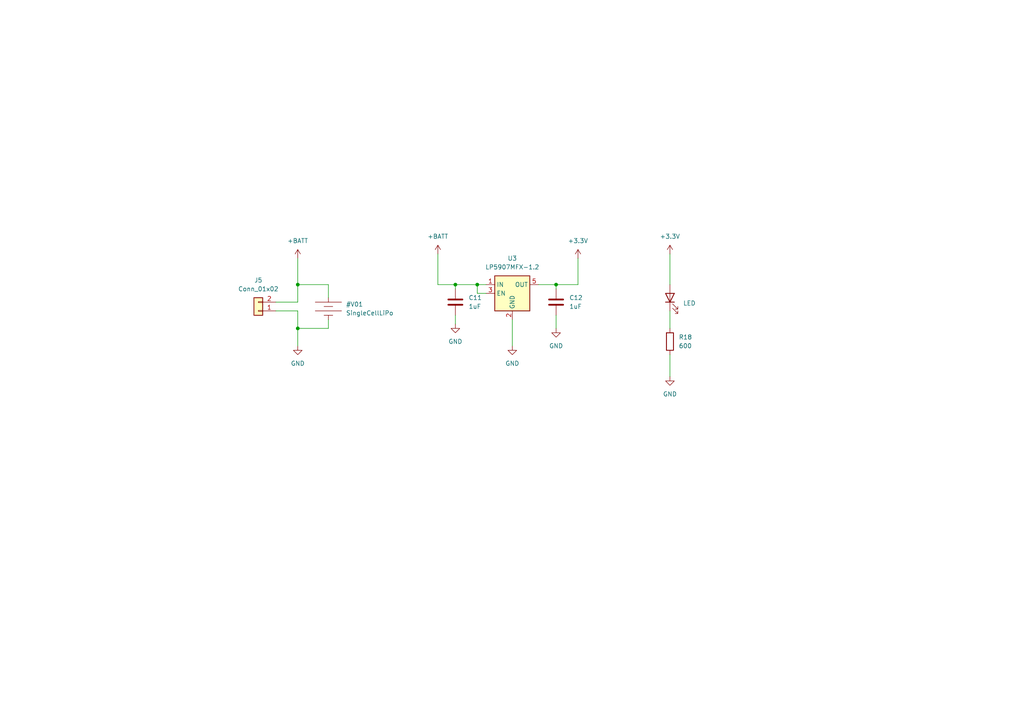
<source format=kicad_sch>
(kicad_sch (version 20230121) (generator eeschema)
  (paper "A4")
  (lib_symbols
    (symbol "Connector_Generic:Conn_01x02" (pin_names (offset 1.016) hide)
      (property "Reference" "J" (at 0 2.54 0))
      (property "Value" "Conn_01x02" (at 0 -5.08 0))
      (symbol "Conn_01x02_1_1"
        (rectangle (start -1.27 -2.413) (end 0 -2.667) (stroke (width 0.1524)))
        (rectangle (start -1.27 0.127) (end 0 -0.127) (stroke (width 0.1524)))
        (rectangle (start -1.27 1.27) (end 1.27 -3.81) (stroke (width 0.254)) (fill (type background)))
        (pin passive line (at -5.08 0 0) (length 3.81) (name "Pin_1") (number "1"))
        (pin passive line (at -5.08 -2.54 0) (length 3.81) (name "Pin_2") (number "2"))
      )
    )
    (symbol "Device:LED" (pin_numbers hide) (pin_names (offset 1.016) hide)
      (property "Reference" "D" (at 0 2.54 0))
      (property "Value" "LED" (at 0 -2.54 0))
      (symbol "LED_0_1"
        (polyline (pts (xy -1.27 -1.27) (xy -1.27 1.27)) (stroke (width 0.254)))
        (polyline (pts (xy -1.27 0) (xy 1.27 0)))
        (polyline (pts (xy 1.27 -1.27) (xy 1.27 1.27) (xy -1.27 0) (xy 1.27 -1.27)) (stroke (width 0.254)))
        (polyline (pts (xy -3.048 -0.762) (xy -4.572 -2.286) (xy -3.81 -2.286) (xy -4.572 -2.286) (xy -4.572 -1.524)))
        (polyline (pts (xy -1.778 -0.762) (xy -3.302 -2.286) (xy -2.54 -2.286) (xy -3.302 -2.286) (xy -3.302 -1.524)))
      )
      (symbol "LED_1_1"
        (pin passive line (at -3.81 0 0) (length 2.54) (name "K") (number "1"))
        (pin passive line (at 3.81 0 180) (length 2.54) (name "A") (number "2"))
      )
    )
    (symbol "Regulator_Linear:LP5907MFX-1.2"
      (property "Reference" "U" (at -3.81 6.35 0))
      (property "Value" "LP5907MFX-1.2" (at 6.35 6.35 0))
      (symbol "LP5907MFX-1.2_0_1"
        (rectangle (start -5.08 -5.08) (end 5.08 5.08) (stroke (width 0.254)) (fill (type background)))
        (pin power_in line (at -7.62 2.54 0) (length 2.54) (name "IN") (number "1"))
        (pin power_in line (at 0 -7.62 90) (length 2.54) (name "GND") (number "2"))
        (pin input line (at -7.62 0 0) (length 2.54) (name "EN") (number "3"))
        (pin no_connect line (at 5.08 0 180) (length 2.54) hide (name "NC") (number "4"))
        (pin power_out line (at 7.62 2.54 180) (length 2.54) (name "OUT") (number "5"))
      )
    )
    (symbol "minimouse:C" (pin_numbers hide) (pin_names (offset 0.254))
      (property "Reference" "C" (at 0.635 2.54 0))
      (property "Value" "C" (at 0.635 -2.54 0))
      (symbol "C_0_1"
        (polyline (pts (xy -2.032 -0.762) (xy 2.032 -0.762)) (stroke (width 0.508)))
        (polyline (pts (xy -2.032 0.762) (xy 2.032 0.762)) (stroke (width 0.508)))
      )
      (symbol "C_1_1"
        (pin passive line (at 0 3.81 270) (length 2.794) (name "~") (number "1"))
        (pin passive line (at 0 -3.81 90) (length 2.794) (name "~") (number "2"))
      )
    )
    (symbol "minimouse:R" (pin_numbers hide) (pin_names (offset 0))
      (property "Reference" "R" (at 2.032 0 90))
      (property "Value" "R" (at 0 0 90))
      (symbol "R_0_1"
        (rectangle (start -1.016 -2.54) (end 1.016 2.54) (stroke (width 0.254)))
      )
      (symbol "R_1_1"
        (pin passive line (at 0 3.81 270) (length 1.27) (name "~") (number "1"))
        (pin passive line (at 0 -3.81 90) (length 1.27) (name "~") (number "2"))
      )
    )
    (symbol "minimouse:SingleCellLiPo" (power) (pin_numbers hide) (pin_names hide) (in_bom no) (on_board no)
      (property "Reference" "V" (at 1.8796 0.3048 0))
      (property "Value" "SingleCellLiPo" (at -11.43 1.27 0))
      (symbol "SingleCellLiPo_0_1"
        (polyline (pts (xy -3.81 0) (xy 3.81 0)))
        (polyline (pts (xy -3.81 2.54) (xy 3.81 2.54)))
        (polyline (pts (xy -1.27 -1.27) (xy 1.27 -1.27)))
        (polyline (pts (xy -1.27 1.27) (xy 1.27 1.27)))
      )
      (symbol "SingleCellLiPo_1_1"
        (pin power_out line (at 0 -2.54 90) (length 1.27) (name "+") (number ""))
        (pin power_out line (at 0 3.81 270) (length 1.27) (name "+") (number ""))
      )
    )
    (symbol "power:+3.3V" (power) (pin_names (offset 0))
      (property "Value" "+3.3V" (at 0 3.556 0))
      (symbol "+3.3V_0_1"
        (polyline (pts (xy -0.762 1.27) (xy 0 2.54)))
        (polyline (pts (xy 0 0) (xy 0 2.54)))
        (polyline (pts (xy 0 2.54) (xy 0.762 1.27)))
      )
      (symbol "+3.3V_1_1"
        (pin power_in line (at 0 0 90) (length 0) hide (name "+3.3V") (number "1"))
      )
    )
    (symbol "power:+BATT" (power) (pin_names (offset 0))
      (property "Value" "+BATT" (at 0 3.556 0))
      (symbol "+BATT_0_1"
        (polyline (pts (xy -0.762 1.27) (xy 0 2.54)))
        (polyline (pts (xy 0 0) (xy 0 2.54)))
        (polyline (pts (xy 0 2.54) (xy 0.762 1.27)))
      )
      (symbol "+BATT_1_1"
        (pin power_in line (at 0 0 90) (length 0) hide (name "+BATT") (number "1"))
      )
    )
    (symbol "power:GND" (power) (pin_names (offset 0))
      (property "Value" "GND" (at 0 -3.81 0))
      (symbol "GND_0_1"
        (polyline (pts (xy 0 0) (xy 0 -1.27) (xy 1.27 -1.27) (xy 0 -2.54) (xy -1.27 -1.27) (xy 0 -1.27)))
      )
      (symbol "GND_1_1"
        (pin power_in line (at 0 0 270) (length 0) hide (name "GND") (number "1"))
      )
    )
  )
  (junction (at 138.43 82.55))
  (junction (at 86.36 82.55))
  (junction (at 86.36 95.25))
  (junction (at 161.29 82.55))
  (junction (at 132.08 82.55))
  (wire (pts (xy 132.08 82.55) (xy 127 82.55)))
  (wire (pts (xy 86.36 90.17) (xy 86.36 95.25)))
  (wire (pts (xy 167.64 82.55) (xy 167.64 74.93)))
  (wire (pts (xy 140.97 82.55) (xy 138.43 82.55)))
  (wire (pts (xy 194.31 90.17) (xy 194.31 95.25)))
  (wire (pts (xy 138.43 85.09) (xy 138.43 82.55)))
  (wire (pts (xy 95.25 82.55) (xy 86.36 82.55)))
  (wire (pts (xy 86.36 74.93) (xy 86.36 82.55)))
  (wire (pts (xy 95.25 86.36) (xy 95.25 82.55)))
  (wire (pts (xy 148.59 92.71) (xy 148.59 100.33)))
  (wire (pts (xy 95.25 92.71) (xy 95.25 95.25)))
  (wire (pts (xy 194.31 73.66) (xy 194.31 82.55)))
  (wire (pts (xy 80.01 87.63) (xy 86.36 87.63)))
  (wire (pts (xy 132.08 91.44) (xy 132.08 93.98)))
  (wire (pts (xy 132.08 82.55) (xy 132.08 83.82)))
  (wire (pts (xy 194.31 102.87) (xy 194.31 109.22)))
  (wire (pts (xy 161.29 91.44) (xy 161.29 95.25)))
  (wire (pts (xy 161.29 82.55) (xy 167.64 82.55)))
  (wire (pts (xy 86.36 95.25) (xy 86.36 100.33)))
  (wire (pts (xy 161.29 82.55) (xy 161.29 83.82)))
  (wire (pts (xy 95.25 95.25) (xy 86.36 95.25)))
  (wire (pts (xy 127 82.55) (xy 127 73.66)))
  (wire (pts (xy 138.43 82.55) (xy 132.08 82.55)))
  (wire (pts (xy 86.36 82.55) (xy 86.36 87.63)))
  (wire (pts (xy 140.97 85.09) (xy 138.43 85.09)))
  (wire (pts (xy 156.21 82.55) (xy 161.29 82.55)))
  (wire (pts (xy 80.01 90.17) (xy 86.36 90.17)))
  (symbol (lib_id "power:+BATT") (at 86.36 74.93 0) (unit 1)
    (property "Reference" "#PWR036" (effects hide))
    (property "Value" "+BATT" (at 86.36 69.85 0))
  )
  (symbol (lib_id "power:GND") (at 194.31 109.22 0) (unit 1)
    (property "Reference" "#PWR031" (effects hide))
    (property "Value" "GND" (at 194.31 114.3 0))
  )
  (symbol (lib_id "power:GND") (at 161.29 95.25 0) (unit 1)
    (property "Reference" "#PWR028" (effects hide))
    (property "Value" "GND" (at 161.29 100.33 0))
  )
  (symbol (lib_id "power:GND") (at 132.08 93.98 0) (unit 1)
    (property "Reference" "#PWR027" (effects hide))
    (property "Value" "GND" (at 132.08 99.06 0))
  )
  (symbol (lib_id "minimouse:SingleCellLiPo") (at 95.25 90.17 0) (unit 1) (in_bom no) (on_board no)
    (property "Reference" "#V01" (at 100.33 88.265 0) (effects (justify left)))
    (property "Value" "SingleCellLiPo" (at 100.33 90.805 0) (effects (justify left)))
  )
  (symbol (lib_id "Device:LED") (at 194.31 86.36 90) (unit 1)
    (property "Reference" "D1" (effects hide))
    (property "Value" "LED" (at 198.12 87.9475 90) (effects (justify right)))
    (property "Footprint" "LED_SMD:LED_0603_1608Metric" (effects hide))
  )
  (symbol (lib_id "Regulator_Linear:LP5907MFX-1.2") (at 148.59 85.09 0) (unit 1)
    (property "Reference" "U3" (at 148.59 74.93 0))
    (property "Value" "LP5907MFX-1.2" (at 148.59 77.47 0))
    (property "Footprint" "Package_TO_SOT_SMD:SOT-23-5" (effects hide))
    (property "Datasheet" "http://www.ti.com/lit/ds/symlink/lp5907.pdf" (effects hide))
  )
  (symbol (lib_id "power:+BATT") (at 127 73.66 0) (unit 1)
    (property "Reference" "#PWR026" (effects hide))
    (property "Value" "+BATT" (at 127 68.58 0))
  )
  (symbol (lib_id "minimouse:C") (at 161.29 87.63 0) (unit 1)
    (property "Reference" "C12" (at 165.1 86.36 0) (effects (justify left)))
    (property "Value" "1uF" (at 165.1 88.9 0) (effects (justify left)))
  )
  (symbol (lib_id "minimouse:R") (at 194.31 99.06 0) (unit 1)
    (property "Reference" "R18" (at 196.85 97.79 0) (effects (justify left)))
    (property "Value" "600" (at 196.85 100.33 0) (effects (justify left)))
    (property "Footprint" "Resistor_SMD:R_0603_1608Metric" (effects hide))
  )
  (symbol (lib_id "power:+3.3V") (at 194.31 73.66 0) (unit 1)
    (property "Reference" "#PWR030" (effects hide))
    (property "Value" "+3.3V" (at 194.31 68.58 0))
  )
  (symbol (lib_id "minimouse:C") (at 132.08 87.63 0) (unit 1)
    (property "Reference" "C11" (at 135.89 86.36 0) (effects (justify left)))
    (property "Value" "1uF" (at 135.89 88.9 0) (effects (justify left)))
    (property "Footprint" "Capacitor_SMD:C_0603_1608Metric" (effects hide))
  )
  (symbol (lib_id "Connector_Generic:Conn_01x02") (at 74.93 90.17 180) (unit 1)
    (property "Reference" "J5" (at 74.93 81.28 0))
    (property "Value" "Conn_01x02" (at 74.93 83.82 0))
    (property "Footprint" "Connector_PinHeader_2.54mm:PinHeader_1x02_P2.54mm_Vertical" (effects hide))
  )
  (symbol (lib_id "power:GND") (at 86.36 100.33 0) (unit 1)
    (property "Reference" "#PWR037" (effects hide))
    (property "Value" "GND" (at 86.36 105.41 0))
  )
  (symbol (lib_id "power:+3.3V") (at 167.64 74.93 0) (unit 1)
    (property "Reference" "#PWR029" (effects hide))
    (property "Value" "+3.3V" (at 167.64 69.85 0))
  )
  (symbol (lib_id "power:GND") (at 148.59 100.33 0) (unit 1)
    (property "Reference" "#PWR025" (effects hide))
    (property "Value" "GND" (at 148.59 105.41 0))
  )
)
</source>
